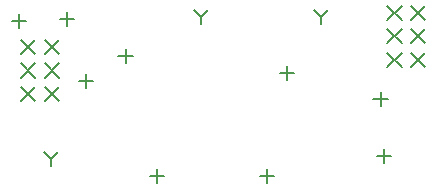
<source format=gbr>
G04 DipTrace Beta 2.9.0.1*
G04 Through.gbr*
%MOIN*%
G04 #@! TF.FileFunction,Plated,1,2,PTH,Drill*
G04 #@! TF.Part,Single*
G04 Drill Symbols*
G04 D=0.018 - Cross*
G04 D=0.035433 - X*
G04 D=0.1004 - Y*
%ADD10C,0.008*%
%FSLAX26Y26*%
G04*
G70*
G90*
G75*
G01*
X576772Y923803D2*
D10*
X623772Y876803D1*
Y923803D2*
X576772Y876803D1*
Y845063D2*
X623772Y798063D1*
Y845063D2*
X576772Y798063D1*
Y766323D2*
X623772Y719323D1*
Y766323D2*
X576772Y719323D1*
X655512Y766323D2*
X702512Y719323D1*
Y766323D2*
X655512Y719323D1*
Y845063D2*
X702512Y798063D1*
Y845063D2*
X655512Y798063D1*
Y923803D2*
X702512Y876803D1*
Y923803D2*
X655512Y876803D1*
X1876908Y880049D2*
X1923908Y833049D1*
Y880049D2*
X1876908Y833049D1*
Y958789D2*
X1923908Y911789D1*
Y958789D2*
X1876908Y911789D1*
Y1037529D2*
X1923908Y990529D1*
Y1037529D2*
X1876908Y990529D1*
X1798168Y1037529D2*
X1845168Y990529D1*
Y1037529D2*
X1798168Y990529D1*
Y958789D2*
X1845168Y911789D1*
Y958789D2*
X1798168Y911789D1*
Y880049D2*
X1845168Y833049D1*
Y880049D2*
X1798168Y833049D1*
X1031567Y492508D2*
Y445508D1*
X1008067Y469008D2*
X1055067D1*
X925306Y892550D2*
Y845550D1*
X901806Y869050D2*
X948806D1*
X569018Y1011312D2*
Y964312D1*
X545518Y987812D2*
X592518D1*
X1775293Y748785D2*
Y701785D1*
X1751793Y725285D2*
X1798793D1*
X1787896Y561265D2*
Y514265D1*
X1764396Y537765D2*
X1811396D1*
X1397709Y492508D2*
Y445508D1*
X1374209Y469008D2*
X1421209D1*
X1462862Y836294D2*
Y789294D1*
X1439362Y812794D2*
X1486362D1*
X794042Y811291D2*
Y764291D1*
X770542Y787791D2*
X817542D1*
X731535Y1017563D2*
Y970563D1*
X708035Y994063D2*
X755035D1*
X652080Y549255D2*
X675580Y525755D1*
X699080Y549255D1*
X675580Y525755D2*
Y502255D1*
X1152080Y1024255D2*
X1175580Y1000755D1*
X1199080Y1024255D1*
X1175580Y1000755D2*
Y977255D1*
X1552080Y1024255D2*
X1575580Y1000755D1*
X1599080Y1024255D1*
X1575580Y1000755D2*
Y977255D1*
M02*

</source>
